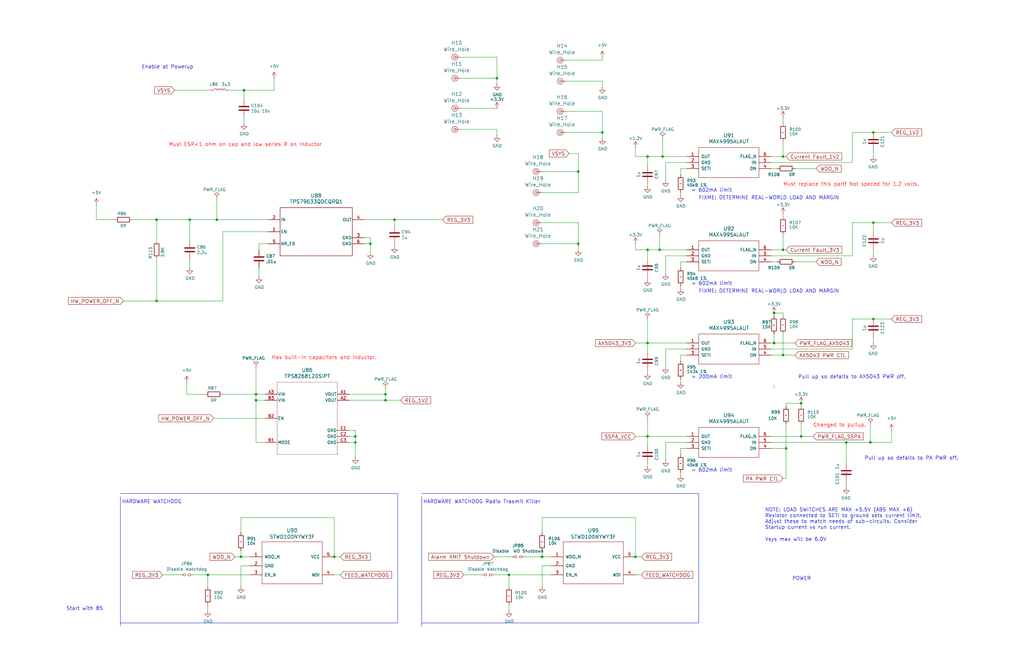
<source format=kicad_sch>
(kicad_sch (version 20250114) (generator "eeschema") (generator_version "9.0")
  (paper "USLedger")
  (title_block (title "Radiation Tolerant PacSat Communication") (date "2023-06-17") (rev "A") (company "AMSAT-NA") (comment 1 "N5BRG"))
  (lib_symbols
    (symbol "Device:C" (pin_numbers (hide yes)) (pin_names (offset 0.254))
      (property "Reference" "C" (at 0.635 2.54 0))
      (property "Value" "C" (at 0.635 -2.54 0))
      (symbol "C_0_1"
        (polyline (pts (xy -2.032 0.762) (xy 2.032 0.762)) (stroke (width 0.508)))
        (polyline (pts (xy -2.032 -0.762) (xy 2.032 -0.762)) (stroke (width 0.508)))
      )
      (symbol "C_1_1"
        (pin passive line (at 0 3.81 270) (length 2.794) (name "~") (number "1"))
        (pin passive line (at 0 -3.81 90) (length 2.794) (name "~") (number "2"))
      )
    )
    (symbol "Device:L" (pin_numbers (hide yes)) (pin_names (offset 1.016) (hide yes))
      (property "Reference" "L" (at -1.27 0 90))
      (property "Value" "L" (at 1.905 0 90))
      (symbol "L_0_1"
        (arc (start 0 2.54) (mid 0.6323 1.905) (end 0 1.27))
        (arc (start 0 1.27) (mid 0.6323 0.635) (end 0 0))
        (arc (start 0 0) (mid 0.6323 -0.635) (end 0 -1.27))
        (arc (start 0 -1.27) (mid 0.6323 -1.905) (end 0 -2.54))
      )
      (symbol "L_1_1"
        (pin passive line (at 0 3.81 270) (length 1.27) (name "1") (number "1"))
        (pin passive line (at 0 -3.81 90) (length 1.27) (name "2") (number "2"))
      )
    )
    (symbol "Device:R" (pin_numbers (hide yes)) (pin_names (offset 0))
      (property "Reference" "R" (at 2.032 0 90))
      (property "Value" "R" (at 0 0 90))
      (symbol "R_0_1"
        (rectangle (start -1.016 -2.54) (end 1.016 2.54) (stroke (width 0.254)))
      )
      (symbol "R_1_1"
        (pin passive line (at 0 3.81 270) (length 1.27) (name "~") (number "1"))
        (pin passive line (at 0 -3.81 90) (length 1.27) (name "~") (number "2"))
      )
    )
    (symbol "PACSAT_DEV_misc:CUBESAT_MOUNT_HOLE_1" (pin_numbers (hide yes)) (pin_names (offset 0) (hide yes))
      (property "Reference" "H104" (at 0.7874 6.0198 0))
      (property "Value" "CUBESAT_MOUNT_HOLE" (at 0.7874 3.3274 0))
      (symbol "CUBESAT_MOUNT_HOLE_1_0_1"
        (circle (center 0 0) (radius 0.5588))
        (circle (center 0 0) (radius 1.27))
      )
      (symbol "CUBESAT_MOUNT_HOLE_1_1_1"
        (pin passive line (at 2.54 0 180) (length 2.54) (name "1") (number "1"))
      )
    )
    (symbol "PACSAT_DEV_misc:Jumper_NO_Small" (pin_numbers (hide yes)) (pin_names (offset 0.762) (hide yes))
      (property "Reference" "JP86" (at 0 4.699 0))
      (property "Value" "Disable Watchdog" (at 0 2.3876 0))
      (symbol "Jumper_NO_Small_0_1"
        (circle (center -1.016 0) (radius 0.508))
        (circle (center 1.016 0) (radius 0.508))
        (pin passive line (at -2.54 0 0) (length 1.016) (name "1") (number "1"))
        (pin passive line (at 2.54 0 180) (length 1.016) (name "2") (number "2"))
      )
    )
    (symbol "PACSAT_DEV_misc:TPS79633QDCQRQ1" (pin_names (offset 0.254))
      (property "Reference" "U" (at 0 2.54 0))
      (property "Value" "TPS79633QDCQRQ1" (at 0 0 0))
      (symbol "TPS79633QDCQRQ1_0_1"
        (polyline (pts (xy -15.24 10.16) (xy -15.24 -10.16)) (stroke (width 0.2032)))
        (polyline (pts (xy -15.24 -10.16) (xy 15.24 -10.16)) (stroke (width 0.2032)))
        (polyline (pts (xy 15.24 10.16) (xy -15.24 10.16)) (stroke (width 0.2032)))
        (polyline (pts (xy 15.24 -10.16) (xy 15.24 10.16)) (stroke (width 0.2032)))
        (pin power_in line (at -20.32 5.08 0) (length 5.08) (name "IN") (number "2"))
        (pin input line (at -20.32 0 0) (length 5.08) (name "EN") (number "1"))
        (pin unspecified line (at -20.32 -5.08 0) (length 5.08) (name "NR_FB") (number "5"))
        (pin power_in line (at 20.32 5.08 180) (length 5.08) (name "OUT") (number "4"))
        (pin power_in line (at 20.32 -2.54 180) (length 5.08) (name "GND") (number "3"))
        (pin power_in line (at 20.32 -5.08 180) (length 5.08) (name "GND") (number "6"))
      )
    )
    (symbol "PACSAT_DEV_misc:TPS8268120SIPT" (pin_names (offset 0.254))
      (property "Reference" "U" (at 0 2.54 0))
      (property "Value" "TPS8268120SIPT" (at 0 0 0))
      (symbol "TPS8268120SIPT_0_1"
        (polyline (pts (xy -12.7 15.24) (xy -12.7 -15.24)) (stroke (width 0.1016)))
        (polyline (pts (xy -12.7 -15.24) (xy 12.7 -15.24)) (stroke (width 0.1016)))
        (polyline (pts (xy 12.7 15.24) (xy -12.7 15.24)) (stroke (width 0.1016)))
        (polyline (pts (xy 12.7 -15.24) (xy 12.7 15.24)) (stroke (width 0.1016)))
        (pin power_in line (at -17.78 10.16 0) (length 5.08) (name "VIN") (number "A3"))
        (pin power_in line (at -17.78 7.62 0) (length 5.08) (name "VIN") (number "B3"))
        (pin input line (at -17.78 0 0) (length 5.08) (name "EN") (number "B2"))
        (pin input line (at -17.78 -10.16 0) (length 5.08) (name "MODE") (number "B1"))
        (pin power_in line (at 17.78 10.16 180) (length 5.08) (name "VOUT") (number "A1"))
        (pin power_in line (at 17.78 7.62 180) (length 5.08) (name "VOUT") (number "A2"))
        (pin power_in line (at 17.78 -5.08 180) (length 5.08) (name "GND") (number "C1"))
        (pin power_in line (at 17.78 -7.62 180) (length 5.08) (name "GND") (number "C2"))
        (pin power_in line (at 17.78 -10.16 180) (length 5.08) (name "GND") (number "C3"))
      )
    )
    (symbol "PACSAT_ICs:MAX4995_1" (pin_names (offset 1.016))
      (property "Reference" "U?" (at -11.43 10.16 0))
      (property "Value" "MAX4495_1" (at -6.35 7.62 0))
      (symbol "MAX4995_1_0_1"
        (rectangle (start -12.7 6.35) (end 12.7 -6.35))
      )
      (symbol "MAX4995_1_1_1"
        (pin power_in line (at -17.78 2.54 0) (length 5.08) (name "OUT") (number "1"))
        (pin power_in line (at -17.78 0 0) (length 5.08) (name "GND") (number "2"))
        (pin passive line (at -17.78 -2.54 0) (length 5.08) (name "SETI") (number "3"))
        (pin open_collector line (at 17.78 2.54 180) (length 5.08) (name "FLAG_N") (number "6"))
        (pin power_in line (at 17.78 0 180) (length 5.08) (name "IN") (number "5"))
        (pin input line (at 17.78 -2.54 180) (length 5.08) (name "ON") (number "4"))
      )
    )
    (symbol "PACSAT_ICs:STWD100NYWY3F" (pin_names (offset 1.016))
      (property "Reference" "U90" (at 0 14.9098 0))
      (property "Value" "STWD100NYWY3F" (at 0 12.2174 0))
      (symbol "STWD100NYWY3F_0_1"
        (rectangle (start -12.7 10.16) (end 12.7 -7.62))
      )
      (symbol "STWD100NYWY3F_1_1"
        (pin open_collector line (at -17.78 3.81 0) (length 5.08) (name "WDO_N") (number "1"))
        (pin power_in line (at -17.78 0 0) (length 5.08) (name "GND") (number "2"))
        (pin input line (at -17.78 -3.81 0) (length 5.08) (name "EN_N") (number "3"))
        (pin power_in line (at 17.78 3.81 180) (length 5.08) (name "VCC") (number "5"))
        (pin input line (at 17.78 -3.81 180) (length 5.08) (name "WDI") (number "4"))
      )
    )
    (symbol "power:+1V2" (power) (pin_numbers (hide yes)) (pin_names (offset 0) (hide yes))
      (property "Value" "+1V2" (at 0 3.556 0))
      (symbol "+1V2_0_1"
        (polyline (pts (xy -0.762 1.27) (xy 0 2.54)))
        (polyline (pts (xy 0 2.54) (xy 0.762 1.27)))
        (polyline (pts (xy 0 0) (xy 0 2.54)))
      )
      (symbol "+1V2_1_1"
        (pin power_in line (at 0 0 90) (length 0) (name "~") (number "1"))
      )
    )
    (symbol "power:+3.3V" (power) (pin_numbers (hide yes)) (pin_names (offset 0) (hide yes))
      (property "Value" "+3.3V" (at 0 3.556 0))
      (symbol "+3.3V_0_1"
        (polyline (pts (xy -0.762 1.27) (xy 0 2.54)))
        (polyline (pts (xy 0 2.54) (xy 0.762 1.27)))
        (polyline (pts (xy 0 0) (xy 0 2.54)))
      )
      (symbol "+3.3V_1_1"
        (pin power_in line (at 0 0 90) (length 0) (name "~") (number "1"))
      )
    )
    (symbol "power:+5V" (power) (pin_numbers (hide yes)) (pin_names (offset 0) (hide yes))
      (property "Value" "+5V" (at 0 3.556 0))
      (symbol "+5V_0_1"
        (polyline (pts (xy -0.762 1.27) (xy 0 2.54)))
        (polyline (pts (xy 0 2.54) (xy 0.762 1.27)))
        (polyline (pts (xy 0 0) (xy 0 2.54)))
      )
      (symbol "+5V_1_1"
        (pin power_in line (at 0 0 90) (length 0) (name "~") (number "1"))
      )
    )
    (symbol "power:GND" (power) (pin_numbers (hide yes)) (pin_names (offset 0) (hide yes))
      (property "Value" "GND" (at 0 -3.81 0))
      (symbol "GND_0_1"
        (polyline (pts (xy 0 0) (xy 0 -1.27) (xy 1.27 -1.27) (xy 0 -2.54) (xy -1.27 -1.27) (xy 0 -1.27)))
      )
      (symbol "GND_1_1"
        (pin power_in line (at 0 0 270) (length 0) (name "~") (number "1"))
      )
    )
    (symbol "power:PWR_FLAG" (power) (pin_numbers (hide yes)) (pin_names (offset 0) (hide yes))
      (property "Value" "PWR_FLAG" (at 0 3.81 0))
      (symbol "PWR_FLAG_0_0"
        (pin power_out line (at 0 0 90) (length 0) (name "~") (number "1"))
      )
      (symbol "PWR_FLAG_0_1"
        (polyline (pts (xy 0 0) (xy 0 1.27) (xy -1.016 1.905) (xy 0 2.54) (xy 1.016 1.905) (xy 0 1.27)))
      )
    )
  )
  (text "Has built-in capacitors and inductor.\n" (at 114.554 151.892 0) (effects (font (size 1.524 1.524)) (justify left bottom)))
  (text "= 200mA limit" (at 291.465 160.02 0) (effects (font (size 1.524 1.524)) (justify left bottom)))
  (text "FIXME: DETERMINE REAL-WORLD LOAD AND MARGIN" (at 294.64 84.455 0) (effects (font (size 1.524 1.524)) (justify left bottom)))
  (text "Must replace this part! Not speced for 1.2 volts." (at 330.2 78.74 0) (effects (font (size 1.524 1.524)) (justify left bottom)))
  (text "Must ESR<1 ohm on cap and low series R on Inductor" (at 71.12 61.976 0) (effects (font (size 1.524 1.524)) (justify left bottom)))
  (text "Start with 85" (at 27.94 257.81 0) (effects (font (size 1.524 1.524)) (justify left bottom)))
  (text "Changed to pullup." (at 342.9 180.34 0) (effects (font (size 1.524 1.524)) (justify left bottom)))
  (text "NOTE: LOAD SWITCHES ARE MAX +5.5V (ABS MAX +6)\nResistor connected to SETI to ground sets current limit.\nAdjust these to match needs of sub-circuits. Consider\nStartup current vs run current.\n" (at 322.58 223.52 0) (effects (font (size 1.524 1.524)) (justify left bottom)))
  (text "HARDWARE WATCHDOG" (at 51.435 212.725 0) (effects (font (size 1.524 1.524)) (justify left bottom)))
  (text "FIXME: DETERMINE REAL-WORLD LOAD AND MARGIN" (at 294.64 123.825 0) (effects (font (size 1.524 1.524)) (justify left bottom)))
  (text "Vsys max will be 6.0V" (at 322.58 228.6 0) (effects (font (size 1.524 1.524)) (justify left bottom)))
  (text "HARDWARE WATCHDOG Radio Trasmit Killer" (at 178.435 212.725 0) (effects (font (size 1.524 1.524)) (justify left bottom)))
  (text "= 602mA limit" (at 291.465 120.65 0) (effects (font (size 1.524 1.524)) (justify left bottom)))
  (text "Pull up so defalts to AX5043 PWR off." (at 336.55 160.02 0) (effects (font (size 1.524 1.524)) (justify left bottom)))
  (text "Enable at Powerup" (at 59.69 29.21 0) (effects (font (size 1.524 1.524)) (justify left bottom)))
  (text "Pull up so defalts to PA PWR off." (at 364.49 194.31 0) (effects (font (size 1.524 1.524)) (justify left bottom)))
  (text "= 602mA limit" (at 291.465 81.28 0) (effects (font (size 1.524 1.524)) (justify left bottom)))
  (text "POWER" (at 334.01 245.11 0) (effects (font (size 1.524 1.524)) (justify left bottom)))
  (text "= 602mA limit" (at 291.465 199.39 0) (effects (font (size 1.524 1.524)) (justify left bottom)))
  (junction (at 166.37 92.71))
  (junction (at 149.86 184.15))
  (junction (at 228.6 234.95))
  (junction (at 101.6 234.95))
  (junction (at 140.97 234.95))
  (junction (at 326.39 144.78))
  (junction (at 254 55.88))
  (junction (at 279.4 66.04))
  (junction (at 278.13 105.41))
  (junction (at 66.04 127))
  (junction (at 267.97 234.95))
  (junction (at 102.87 38.1))
  (junction (at 273.05 184.15))
  (junction (at 368.3 134.62))
  (junction (at 243.84 72.39))
  (junction (at 337.82 170.18))
  (junction (at 330.2 105.41))
  (junction (at 214.63 242.57))
  (junction (at 162.56 168.91))
  (junction (at 330.2 149.86))
  (junction (at 337.82 184.15))
  (junction (at 356.87 186.69))
  (junction (at 162.56 166.37))
  (junction (at 330.2 66.04))
  (junction (at 87.63 242.57))
  (junction (at 156.21 102.87))
  (junction (at 80.01 92.71))
  (junction (at 368.3 55.88))
  (junction (at 107.95 166.37))
  (junction (at 149.86 186.69))
  (junction (at 91.44 92.71))
  (junction (at 243.84 102.87))
  (junction (at 273.05 105.41))
  (junction (at 209.55 33.02))
  (junction (at 66.04 92.71))
  (junction (at 107.95 168.91))
  (junction (at 273.05 66.04))
  (junction (at 331.47 189.23))
  (junction (at 367.03 186.69))
  (junction (at 368.3 93.98))
  (junction (at 273.05 144.78))
  (junction (at 326.39 132.08))
  (wire (pts (xy 287.02 81.28) (xy 287.02 82.55)))
  (wire (pts (xy 273.05 176.53) (xy 273.05 184.15)))
  (wire (pts (xy 220.98 234.95) (xy 228.6 234.95)))
  (wire (pts (xy 375.92 186.69) (xy 375.92 181.61)))
  (wire (pts (xy 194.31 54.61) (xy 209.55 54.61)))
  (wire (pts (xy 330.2 66.04) (xy 331.47 66.04)))
  (wire (pts (xy 273.05 156.21) (xy 273.05 157.48)))
  (wire (pts (xy 243.84 64.77) (xy 240.03 64.77)))
  (polyline (pts (xy 50.8 208.28) (xy 167.64 208.28)))
  (wire (pts (xy 156.21 100.33) (xy 153.67 100.33)))
  (wire (pts (xy 359.41 107.95) (xy 359.41 93.98)))
  (wire (pts (xy 359.41 68.58) (xy 359.41 55.88)))
  (wire (pts (xy 66.04 109.22) (xy 66.04 127)))
  (polyline (pts (xy 167.64 262.89) (xy 50.8 262.89)))
  (wire (pts (xy 359.41 134.62) (xy 359.41 147.32)))
  (wire (pts (xy 330.2 133.35) (xy 330.2 132.08)))
  (wire (pts (xy 273.05 184.15) (xy 289.56 184.15)))
  (wire (pts (xy 330.2 49.53) (xy 330.2 52.07)))
  (wire (pts (xy 368.3 93.98) (xy 375.92 93.98)))
  (polyline (pts (xy 294.64 262.89) (xy 177.8 262.89)))
  (wire (pts (xy 330.2 201.93) (xy 331.47 201.93)))
  (wire (pts (xy 228.6 234.95) (xy 232.41 234.95)))
  (wire (pts (xy 337.82 170.18) (xy 337.82 171.45)))
  (wire (pts (xy 287.02 152.4) (xy 287.02 149.86)))
  (wire (pts (xy 81.28 242.57) (xy 87.63 242.57)))
  (wire (pts (xy 102.87 49.53) (xy 102.87 52.07)))
  (wire (pts (xy 331.47 179.07) (xy 331.47 189.23)))
  (wire (pts (xy 99.06 234.95) (xy 101.6 234.95)))
  (wire (pts (xy 156.21 102.87) (xy 156.21 100.33)))
  (wire (pts (xy 279.4 66.04) (xy 289.56 66.04)))
  (wire (pts (xy 105.41 238.76) (xy 101.6 238.76)))
  (wire (pts (xy 335.28 71.12) (xy 344.17 71.12)))
  (wire (pts (xy 101.6 234.95) (xy 105.41 234.95)))
  (wire (pts (xy 209.55 54.61) (xy 209.55 57.15)))
  (wire (pts (xy 368.3 66.04) (xy 368.3 63.5)))
  (wire (pts (xy 140.97 234.95) (xy 143.51 234.95)))
  (wire (pts (xy 368.3 105.41) (xy 368.3 107.95)))
  (wire (pts (xy 273.05 109.22) (xy 273.05 105.41)))
  (wire (pts (xy 254 46.99) (xy 254 55.88)))
  (wire (pts (xy 356.87 186.69) (xy 367.03 186.69)))
  (wire (pts (xy 325.12 66.04) (xy 330.2 66.04)))
  (wire (pts (xy 337.82 184.15) (xy 342.9 184.15)))
  (wire (pts (xy 287.02 191.77) (xy 287.02 189.23)))
  (wire (pts (xy 78.74 166.37) (xy 78.74 161.29)))
  (wire (pts (xy 147.32 166.37) (xy 162.56 166.37)))
  (wire (pts (xy 102.87 41.91) (xy 102.87 38.1)))
  (wire (pts (xy 267.97 62.23) (xy 267.97 66.04)))
  (wire (pts (xy 368.3 55.88) (xy 375.92 55.88)))
  (wire (pts (xy 111.76 168.91) (xy 107.95 168.91)))
  (wire (pts (xy 326.39 144.78) (xy 325.12 144.78)))
  (wire (pts (xy 273.05 148.59) (xy 273.05 144.78)))
  (wire (pts (xy 278.13 105.41) (xy 289.56 105.41)))
  (wire (pts (xy 273.05 134.62) (xy 273.05 144.78)))
  (wire (pts (xy 208.28 242.57) (xy 214.63 242.57)))
  (wire (pts (xy 287.02 199.39) (xy 287.02 200.66)))
  (wire (pts (xy 273.05 69.85) (xy 273.05 66.04)))
  (wire (pts (xy 331.47 170.18) (xy 331.47 171.45)))
  (wire (pts (xy 243.84 102.87) (xy 243.84 105.41)))
  (wire (pts (xy 326.39 132.08) (xy 326.39 133.35)))
  (wire (pts (xy 101.6 218.44) (xy 140.97 218.44)))
  (wire (pts (xy 368.3 134.62) (xy 375.92 134.62)))
  (polyline (pts (xy 177.8 208.28) (xy 294.64 208.28)))
  (wire (pts (xy 330.2 66.04) (xy 330.2 59.69)))
  (wire (pts (xy 325.12 184.15) (xy 337.82 184.15)))
  (wire (pts (xy 273.05 195.58) (xy 273.05 196.85)))
  (wire (pts (xy 93.98 97.79) (xy 113.03 97.79)))
  (wire (pts (xy 356.87 195.58) (xy 356.87 186.69)))
  (wire (pts (xy 66.04 92.71) (xy 66.04 101.6)))
  (wire (pts (xy 273.05 144.78) (xy 289.56 144.78)))
  (wire (pts (xy 78.74 166.37) (xy 86.36 166.37)))
  (wire (pts (xy 80.01 92.71) (xy 80.01 101.6)))
  (wire (pts (xy 287.02 160.02) (xy 287.02 161.29)))
  (wire (pts (xy 153.67 102.87) (xy 156.21 102.87)))
  (wire (pts (xy 149.86 186.69) (xy 149.86 193.04)))
  (wire (pts (xy 287.02 73.66) (xy 287.02 71.12)))
  (wire (pts (xy 166.37 95.25) (xy 166.37 92.71)))
  (wire (pts (xy 162.56 163.83) (xy 162.56 166.37)))
  (wire (pts (xy 102.87 38.1) (xy 115.57 38.1)))
  (wire (pts (xy 76.2 242.57) (xy 68.58 242.57)))
  (wire (pts (xy 162.56 168.91) (xy 162.56 166.37)))
  (wire (pts (xy 326.39 162.56) (xy 326.39 163.83)))
  (wire (pts (xy 87.63 255.27) (xy 87.63 257.81)))
  (wire (pts (xy 267.97 66.04) (xy 273.05 66.04)))
  (wire (pts (xy 209.55 24.13) (xy 209.55 33.02)))
  (wire (pts (xy 267.97 218.44) (xy 267.97 234.95)))
  (wire (pts (xy 287.02 110.49) (xy 289.56 110.49)))
  (wire (pts (xy 368.3 144.78) (xy 368.3 142.24)))
  (wire (pts (xy 330.2 105.41) (xy 331.47 105.41)))
  (wire (pts (xy 149.86 181.61) (xy 147.32 181.61)))
  (wire (pts (xy 289.56 68.58) (xy 280.67 68.58)))
  (wire (pts (xy 273.05 105.41) (xy 278.13 105.41)))
  (wire (pts (xy 149.86 181.61) (xy 149.86 184.15)))
  (wire (pts (xy 93.98 127) (xy 93.98 97.79)))
  (wire (pts (xy 267.97 184.15) (xy 273.05 184.15)))
  (wire (pts (xy 238.76 55.88) (xy 254 55.88)))
  (wire (pts (xy 228.6 238.76) (xy 228.6 247.65)))
  (wire (pts (xy 80.01 109.22) (xy 80.01 113.03)))
  (wire (pts (xy 93.98 166.37) (xy 107.95 166.37)))
  (wire (pts (xy 287.02 71.12) (xy 289.56 71.12)))
  (wire (pts (xy 209.55 33.02) (xy 209.55 35.56)))
  (wire (pts (xy 40.64 92.71) (xy 40.64 86.36)))
  (wire (pts (xy 359.41 93.98) (xy 368.3 93.98)))
  (wire (pts (xy 254 34.29) (xy 254 36.83)))
  (wire (pts (xy 107.95 168.91) (xy 107.95 166.37)))
  (wire (pts (xy 368.3 93.98) (xy 368.3 97.79)))
  (wire (pts (xy 238.76 25.4) (xy 254 25.4)))
  (wire (pts (xy 287.02 120.65) (xy 287.02 121.92)))
  (wire (pts (xy 273.05 66.04) (xy 279.4 66.04)))
  (wire (pts (xy 228.6 224.79) (xy 228.6 218.44)))
  (wire (pts (xy 367.03 186.69) (xy 375.92 186.69)))
  (wire (pts (xy 254 55.88) (xy 254 58.42)))
  (wire (pts (xy 287.02 189.23) (xy 289.56 189.23)))
  (wire (pts (xy 330.2 105.41) (xy 330.2 99.06)))
  (wire (pts (xy 243.84 72.39) (xy 243.84 81.28)))
  (wire (pts (xy 267.97 234.95) (xy 270.51 234.95)))
  (polyline (pts (xy 50.8 264.16) (xy 50.8 209.55)))
  (wire (pts (xy 243.84 93.98) (xy 243.84 102.87)))
  (wire (pts (xy 149.86 184.15) (xy 149.86 186.69)))
  (wire (pts (xy 228.6 93.98) (xy 243.84 93.98)))
  (wire (pts (xy 359.41 147.32) (xy 325.12 147.32)))
  (wire (pts (xy 87.63 242.57) (xy 87.63 247.65)))
  (wire (pts (xy 273.05 187.96) (xy 273.05 184.15)))
  (wire (pts (xy 166.37 102.87) (xy 166.37 104.14)))
  (wire (pts (xy 214.63 255.27) (xy 214.63 257.81)))
  (wire (pts (xy 107.95 186.69) (xy 107.95 168.91)))
  (wire (pts (xy 96.52 38.1) (xy 102.87 38.1)))
  (wire (pts (xy 80.01 92.71) (xy 91.44 92.71)))
  (wire (pts (xy 228.6 102.87) (xy 243.84 102.87)))
  (wire (pts (xy 140.97 242.57) (xy 143.51 242.57)))
  (wire (pts (xy 40.64 92.71) (xy 48.26 92.71)))
  (wire (pts (xy 194.31 45.72) (xy 209.55 45.72)))
  (wire (pts (xy 238.76 46.99) (xy 254 46.99)))
  (wire (pts (xy 91.44 92.71) (xy 113.03 92.71)))
  (wire (pts (xy 325.12 71.12) (xy 327.66 71.12)))
  (wire (pts (xy 335.28 110.49) (xy 344.17 110.49)))
  (wire (pts (xy 267.97 144.78) (xy 273.05 144.78)))
  (wire (pts (xy 147.32 168.91) (xy 162.56 168.91)))
  (wire (pts (xy 267.97 105.41) (xy 273.05 105.41)))
  (wire (pts (xy 367.03 179.07) (xy 367.03 186.69)))
  (wire (pts (xy 109.22 105.41) (xy 109.22 102.87)))
  (wire (pts (xy 107.95 154.94) (xy 107.95 166.37)))
  (wire (pts (xy 214.63 242.57) (xy 232.41 242.57)))
  (wire (pts (xy 66.04 92.71) (xy 80.01 92.71)))
  (wire (pts (xy 109.22 102.87) (xy 113.03 102.87)))
  (wire (pts (xy 325.12 105.41) (xy 330.2 105.41)))
  (wire (pts (xy 273.05 77.47) (xy 273.05 78.74)))
  (wire (pts (xy 330.2 90.17) (xy 330.2 91.44)))
  (wire (pts (xy 280.67 147.32) (xy 280.67 154.94)))
  (wire (pts (xy 331.47 189.23) (xy 331.47 201.93)))
  (wire (pts (xy 289.56 107.95) (xy 280.67 107.95)))
  (wire (pts (xy 267.97 102.87) (xy 267.97 105.41)))
  (wire (pts (xy 330.2 132.08) (xy 326.39 132.08)))
  (wire (pts (xy 228.6 81.28) (xy 243.84 81.28)))
  (wire (pts (xy 335.28 149.86) (xy 330.2 149.86)))
  (wire (pts (xy 359.41 134.62) (xy 368.3 134.62)))
  (wire (pts (xy 325.12 110.49) (xy 327.66 110.49)))
  (polyline (pts (xy 167.64 208.28) (xy 167.64 262.89)))
  (wire (pts (xy 254 24.13) (xy 254 25.4)))
  (wire (pts (xy 289.56 186.69) (xy 280.67 186.69)))
  (wire (pts (xy 273.05 116.84) (xy 273.05 118.11)))
  (wire (pts (xy 287.02 149.86) (xy 289.56 149.86)))
  (wire (pts (xy 232.41 238.76) (xy 228.6 238.76)))
  (wire (pts (xy 52.07 127) (xy 66.04 127)))
  (wire (pts (xy 147.32 186.69) (xy 149.86 186.69)))
  (wire (pts (xy 101.6 232.41) (xy 101.6 234.95)))
  (wire (pts (xy 326.39 140.97) (xy 326.39 144.78)))
  (wire (pts (xy 87.63 242.57) (xy 105.41 242.57)))
  (wire (pts (xy 194.31 24.13) (xy 209.55 24.13)))
  (wire (pts (xy 337.82 170.18) (xy 331.47 170.18)))
  (polyline (pts (xy 177.8 264.16) (xy 177.8 209.55)))
  (wire (pts (xy 325.12 186.69) (xy 356.87 186.69)))
  (wire (pts (xy 359.41 55.88) (xy 368.3 55.88)))
  (wire (pts (xy 289.56 147.32) (xy 280.67 147.32)))
  (wire (pts (xy 243.84 64.77) (xy 243.84 72.39)))
  (wire (pts (xy 101.6 224.79) (xy 101.6 218.44)))
  (wire (pts (xy 214.63 242.57) (xy 214.63 247.65)))
  (wire (pts (xy 356.87 205.74) (xy 356.87 203.2)))
  (wire (pts (xy 325.12 107.95) (xy 359.41 107.95)))
  (wire (pts (xy 111.76 186.69) (xy 107.95 186.69)))
  (wire (pts (xy 115.57 33.02) (xy 115.57 38.1)))
  (wire (pts (xy 267.97 242.57) (xy 270.51 242.57)))
  (wire (pts (xy 66.04 127) (xy 93.98 127)))
  (wire (pts (xy 109.22 113.03) (xy 109.22 116.84)))
  (wire (pts (xy 162.56 168.91) (xy 168.91 168.91)))
  (wire (pts (xy 156.21 106.68) (xy 156.21 102.87)))
  (wire (pts (xy 335.28 144.78) (xy 326.39 144.78)))
  (wire (pts (xy 287.02 113.03) (xy 287.02 110.49)))
  (wire (pts (xy 325.12 189.23) (xy 331.47 189.23)))
  (wire (pts (xy 337.82 179.07) (xy 337.82 184.15)))
  (wire (pts (xy 228.6 218.44) (xy 267.97 218.44)))
  (wire (pts (xy 330.2 140.97) (xy 330.2 149.86)))
  (wire (pts (xy 325.12 149.86) (xy 330.2 149.86)))
  (wire (pts (xy 278.13 99.06) (xy 278.13 105.41)))
  (wire (pts (xy 280.67 186.69) (xy 280.67 194.31)))
  (wire (pts (xy 280.67 68.58) (xy 280.67 76.2)))
  (wire (pts (xy 228.6 232.41) (xy 228.6 234.95)))
  (wire (pts (xy 147.32 184.15) (xy 149.86 184.15)))
  (wire (pts (xy 55.88 92.71) (xy 66.04 92.71)))
  (wire (pts (xy 91.44 83.82) (xy 91.44 92.71)))
  (wire (pts (xy 101.6 238.76) (xy 101.6 247.65)))
  (wire (pts (xy 279.4 58.42) (xy 279.4 66.04)))
  (wire (pts (xy 325.12 68.58) (xy 359.41 68.58)))
  (wire (pts (xy 73.66 38.1) (xy 88.9 38.1)))
  (wire (pts (xy 228.6 72.39) (xy 243.84 72.39)))
  (wire (pts (xy 194.31 33.02) (xy 209.55 33.02)))
  (wire (pts (xy 107.95 166.37) (xy 111.76 166.37)))
  (wire (pts (xy 208.28 234.95) (xy 215.9 234.95)))
  (wire (pts (xy 166.37 92.71) (xy 186.69 92.71)))
  (polyline (pts (xy 294.64 208.28) (xy 294.64 262.89)))
  (wire (pts (xy 140.97 218.44) (xy 140.97 234.95)))
  (wire (pts (xy 153.67 92.71) (xy 166.37 92.71)))
  (wire (pts (xy 90.17 176.53) (xy 111.76 176.53)))
  (wire (pts (xy 280.67 107.95) (xy 280.67 115.57)))
  (wire (pts (xy 238.76 34.29) (xy 254 34.29)))
  (wire (pts (xy 203.2 242.57) (xy 195.58 242.57)))
  (global_label "HW_POWER_OFF_N" (shape input) (at 90.17 176.53 180) (effects (font (size 1.524 1.524))) (property "Intersheetrefs" "${INTERSHEET_REFS}" (effects (hide yes))))
  (global_label "HW_POWER_OFF_N" (shape input) (at 52.07 127 180) (effects (font (size 1.524 1.524))) (property "Intersheetrefs" "${INTERSHEET_REFS}" (effects (hide yes))))
  (global_label "PWR_FLAG_AX5043" (shape input) (at 335.28 144.78 0) (effects (font (size 1.524 1.524))) (property "Intersheetrefs" "${INTERSHEET_REFS}" (effects (hide yes))))
  (global_label "WDO_N" (shape input) (at 344.17 110.49 0) (effects (font (size 1.524 1.524))) (property "Intersheetrefs" "${INTERSHEET_REFS}" (effects (hide yes))))
  (global_label "WDO_N" (shape input) (at 99.06 234.95 180) (effects (font (size 1.524 1.524))) (property "Intersheetrefs" "${INTERSHEET_REFS}" (effects (hide yes))))
  (global_label "REG_3V3" (shape input) (at 270.51 234.95 0) (effects (font (size 1.524 1.524))) (property "Intersheetrefs" "${INTERSHEET_REFS}" (effects (hide yes))))
  (global_label "REG_3V3" (shape input) (at 68.58 242.57 180) (effects (font (size 1.524 1.524))) (property "Intersheetrefs" "${INTERSHEET_REFS}" (effects (hide yes))))
  (global_label "REG_3V3" (shape input) (at 186.69 92.71 0) (effects (font (size 1.524 1.524))) (property "Intersheetrefs" "${INTERSHEET_REFS}" (effects (hide yes))))
  (global_label "WDO_N" (shape input) (at 344.17 71.12 0) (effects (font (size 1.524 1.524))) (property "Intersheetrefs" "${INTERSHEET_REFS}" (effects (hide yes))))
  (global_label "REG_1V2" (shape input) (at 168.91 168.91 0) (effects (font (size 1.524 1.524))) (property "Intersheetrefs" "${INTERSHEET_REFS}" (effects (hide yes))))
  (global_label "Current Fault_1V2" (shape input) (at 331.47 66.04 0) (effects (font (size 1.524 1.524))) (property "Intersheetrefs" "${INTERSHEET_REFS}" (effects (hide yes))))
  (global_label "SSPA_VCC" (shape input) (at 267.97 184.15 180) (effects (font (size 1.524 1.524))) (property "Intersheetrefs" "${INTERSHEET_REFS}" (effects (hide yes))))
  (global_label "FEED_WATCHDOG" (shape input) (at 270.51 242.57 0) (effects (font (size 1.524 1.524))) (property "Intersheetrefs" "${INTERSHEET_REFS}" (effects (hide yes))))
  (global_label "REG_3V3" (shape input) (at 143.51 234.95 0) (effects (font (size 1.524 1.524))) (property "Intersheetrefs" "${INTERSHEET_REFS}" (effects (hide yes))))
  (global_label "PWR_FLAG_SSPA" (shape input) (at 342.9 184.15 0) (effects (font (size 1.524 1.524))) (property "Intersheetrefs" "${INTERSHEET_REFS}" (effects (hide yes))))
  (global_label "AX5043_3V3" (shape input) (at 267.97 144.78 180) (effects (font (size 1.524 1.524))) (property "Intersheetrefs" "${INTERSHEET_REFS}" (effects (hide yes))))
  (global_label "AX5043 PWR CTL" (shape input) (at 335.28 149.86 0) (effects (font (size 1.524 1.524))) (property "Intersheetrefs" "${INTERSHEET_REFS}" (effects (hide yes))))
  (global_label "VSYS" (shape input) (at 73.66 38.1 180) (effects (font (size 1.524 1.524))) (property "Intersheetrefs" "${INTERSHEET_REFS}" (effects (hide yes))))
  (global_label "Current Fault_3V3" (shape input) (at 331.47 105.41 0) (effects (font (size 1.524 1.524))) (property "Intersheetrefs" "${INTERSHEET_REFS}" (effects (hide yes))))
  (global_label "REG_1V2" (shape input) (at 375.92 55.88 0) (effects (font (size 1.524 1.524))) (property "Intersheetrefs" "${INTERSHEET_REFS}" (effects (hide yes))))
  (global_label "REG_3V3" (shape input) (at 375.92 134.62 0) (effects (font (size 1.524 1.524))) (property "Intersheetrefs" "${INTERSHEET_REFS}" (effects (hide yes))))
  (global_label "REG_3V3" (shape input) (at 195.58 242.57 180) (effects (font (size 1.524 1.524))) (property "Intersheetrefs" "${INTERSHEET_REFS}" (effects (hide yes))))
  (global_label "FEED_WATCHDOG" (shape input) (at 143.51 242.57 0) (effects (font (size 1.524 1.524))) (property "Intersheetrefs" "${INTERSHEET_REFS}" (effects (hide yes))))
  (global_label "REG_3V3" (shape input) (at 375.92 93.98 0) (effects (font (size 1.524 1.524))) (property "Intersheetrefs" "${INTERSHEET_REFS}" (effects (hide yes))))
  (global_label "VSYS" (shape input) (at 240.03 64.77 180) (effects (font (size 1.524 1.524))) (property "Intersheetrefs" "${INTERSHEET_REFS}" (effects (hide yes))))
  (global_label "PA PWR CTL" (shape input) (at 330.2 201.93 180) (effects (font (size 1.524 1.524))) (property "Intersheetrefs" "${INTERSHEET_REFS}" (effects (hide yes))))
  (global_label "Alarm XMIT Shutdown" (shape input) (at 208.28 234.95 180) (effects (font (size 1.524 1.524))) (property "Intersheetrefs" "${INTERSHEET_REFS}" (effects (hide yes))))
  (symbol (lib_id "Device:C") (at 166.37 99.06 0) (unit 1)
    (property "Reference" "C94" (at 169.291 97.8916 0) (effects (justify left)))
    (property "Value" "1u" (at 169.291 100.203 0) (effects (justify left)))
    (property "Footprint" "Capacitor_SMD:C_0805_2012Metric_Pad1.18x1.45mm_HandSolder" (effects (hide yes)))
  )
  (symbol (lib_id "Device:C") (at 80.01 105.41 0) (unit 1)
    (property "Reference" "C86" (at 82.931 104.2416 0) (effects (justify left)))
    (property "Value" "2.2u" (at 82.931 106.553 0) (effects (justify left)))
    (property "Footprint" "Capacitor_SMD:C_0805_2012Metric_Pad1.18x1.45mm_HandSolder" (effects (hide yes)))
  )
  (symbol (lib_id "power:GND") (at 80.01 113.03 0) (unit 1)
    (property "Reference" "#PWR088" (effects (hide yes)))
    (property "Value" "GND" (at 80.137 117.4242 0))
  )
  (symbol (lib_id "power:GND") (at 166.37 104.14 0) (unit 1)
    (property "Reference" "#PWR0115" (effects (hide yes)))
    (property "Value" "GND" (at 166.497 108.5342 0))
  )
  (symbol (lib_id "power:GND") (at 280.67 154.94 0) (unit 1)
    (property "Reference" "#PWR0135" (effects (hide yes)))
    (property "Value" "GND" (at 280.797 159.3342 0))
  )
  (symbol (lib_id "Device:C") (at 368.3 138.43 0) (mirror y) (unit 1)
    (property "Reference" "C123" (at 372.11 138.43 90))
    (property "Value" "1u" (at 364.49 138.43 90))
    (property "Footprint" "Capacitor_SMD:C_0805_2012Metric_Pad1.18x1.45mm_HandSolder" (effects (hide yes)))
    (property "Datasheet" "~" (at 368.3 138.43 0))
  )
  (symbol (lib_id "power:GND") (at 368.3 144.78 0) (mirror y) (unit 1)
    (property "Reference" "#PWR0190" (effects (hide yes)))
    (property "Value" "GND" (at 368.173 149.1742 0))
  )
  (symbol (lib_id "power:GND") (at 356.87 205.74 0) (mirror y) (unit 1)
    (property "Reference" "#PWR0187" (effects (hide yes)))
    (property "Value" "GND" (at 356.743 210.1342 0))
  )
  (symbol (lib_id "Device:C") (at 356.87 199.39 0) (mirror y) (unit 1)
    (property "Reference" "C101" (at 353.06 201.93 90))
    (property "Value" "1u" (at 353.06 196.85 90))
    (property "Footprint" "Capacitor_SMD:C_0805_2012Metric_Pad1.18x1.45mm_HandSolder" (effects (hide yes)))
    (property "Datasheet" "~" (at 356.87 199.39 0))
  )
  (symbol (lib_id "Device:R") (at 52.07 92.71 90) (unit 1)
    (property "Reference" "R86" (at 53.34 90.17 90) (effects (justify left)))
    (property "Value" "0R" (at 53.34 95.25 90) (effects (justify left)))
    (property "Footprint" "Resistor_SMD:R_0603_1608Metric_Pad0.98x0.95mm_HandSolder" (effects (hide yes)))
  )
  (symbol (lib_id "Device:R") (at 90.17 166.37 90) (unit 1)
    (property "Reference" "R87" (at 91.44 163.83 90) (effects (justify left)))
    (property "Value" "0R" (at 91.44 168.91 90) (effects (justify left)))
    (property "Footprint" "Resistor_SMD:R_0603_1608Metric_Pad0.98x0.95mm_HandSolder" (effects (hide yes)))
  )
  (symbol (lib_id "power:GND") (at 149.86 193.04 0) (unit 1)
    (property "Reference" "#PWR0109" (effects (hide yes)))
    (property "Value" "GND" (at 149.987 197.4342 0))
  )
  (symbol (lib_id "Device:R") (at 287.02 156.21 0) (unit 1)
    (property "Reference" "R95" (at 289.56 154.94 0) (effects (justify left)))
    (property "Value" "143k 1%" (at 289.56 156.845 0) (effects (justify left)))
    (property "Footprint" "Resistor_SMD:R_0603_1608Metric_Pad0.98x0.95mm_HandSolder" (effects (hide yes)))
    (property "Datasheet" "~" (at 287.02 156.21 0))
  )
  (symbol (lib_id "power:GND") (at 287.02 161.29 0) (unit 1)
    (property "Reference" "#PWR0139" (effects (hide yes)))
    (property "Value" "GND" (at 287.147 165.6842 0))
  )
  (symbol (lib_id "power:GND") (at 280.67 194.31 0) (unit 1)
    (property "Reference" "#PWR0136" (effects (hide yes)))
    (property "Value" "GND" (at 280.797 198.7042 0))
  )
  (symbol (lib_id "Device:R") (at 287.02 195.58 0) (unit 1)
    (property "Reference" "R96" (at 289.56 194.31 0) (effects (justify left)))
    (property "Value" "45k8 1%" (at 289.56 196.215 0) (effects (justify left)))
    (property "Footprint" "Resistor_SMD:R_0603_1608Metric_Pad0.98x0.95mm_HandSolder" (effects (hide yes)))
    (property "Datasheet" "~" (at 287.02 195.58 0))
  )
  (symbol (lib_id "power:GND") (at 287.02 200.66 0) (unit 1)
    (property "Reference" "#PWR0162" (effects (hide yes)))
    (property "Value" "GND" (at 287.147 205.0542 0))
  )
  (symbol (lib_id "Device:C") (at 273.05 152.4 0) (mirror y) (unit 1)
    (property "Reference" "C99" (at 276.86 152.4 90))
    (property "Value" "1u" (at 269.24 152.4 90))
    (property "Footprint" "Capacitor_SMD:C_0805_2012Metric_Pad1.18x1.45mm_HandSolder" (effects (hide yes)))
    (property "Datasheet" "~" (at 273.05 152.4 0))
  )
  (symbol (lib_id "power:GND") (at 273.05 157.48 0) (unit 1)
    (property "Reference" "#PWR0131" (effects (hide yes)))
    (property "Value" "GND" (at 273.177 161.8742 0))
  )
  (symbol (lib_id "Device:C") (at 273.05 191.77 0) (mirror y) (unit 1)
    (property "Reference" "C100" (at 276.86 191.77 90))
    (property "Value" "1u" (at 269.24 191.77 90))
    (property "Footprint" "Capacitor_SMD:C_0805_2012Metric_Pad1.18x1.45mm_HandSolder" (effects (hide yes)))
    (property "Datasheet" "~" (at 273.05 191.77 0))
  )
  (symbol (lib_id "power:GND") (at 273.05 196.85 0) (unit 1)
    (property "Reference" "#PWR0132" (effects (hide yes)))
    (property "Value" "GND" (at 273.177 201.2442 0))
  )
  (symbol (lib_id "power:GND") (at 280.67 115.57 0) (unit 1)
    (property "Reference" "#PWR0134" (effects (hide yes)))
    (property "Value" "GND" (at 280.797 119.9642 0))
  )
  (symbol (lib_id "Device:C") (at 368.3 101.6 0) (mirror x) (unit 1)
    (property "Reference" "C122" (at 364.49 101.6 90))
    (property "Value" "1u" (at 372.11 101.6 90))
    (property "Footprint" "Capacitor_SMD:C_0805_2012Metric_Pad1.18x1.45mm_HandSolder" (effects (hide yes)))
    (property "Datasheet" "~" (at 368.3 101.6 0))
  )
  (symbol (lib_id "power:GND") (at 368.3 107.95 0) (mirror y) (unit 1)
    (property "Reference" "#PWR0189" (effects (hide yes)))
    (property "Value" "GND" (at 368.173 112.3442 0))
  )
  (symbol (lib_id "Device:C") (at 273.05 113.03 0) (mirror y) (unit 1)
    (property "Reference" "C98" (at 276.86 113.03 90))
    (property "Value" "1u" (at 269.24 113.03 90))
    (property "Footprint" "Capacitor_SMD:C_0805_2012Metric_Pad1.18x1.45mm_HandSolder" (effects (hide yes)))
    (property "Datasheet" "~" (at 273.05 113.03 0))
  )
  (symbol (lib_id "power:GND") (at 273.05 118.11 0) (unit 1)
    (property "Reference" "#PWR0130" (effects (hide yes)))
    (property "Value" "GND" (at 273.177 122.5042 0))
  )
  (symbol (lib_id "Device:R") (at 287.02 116.84 0) (unit 1)
    (property "Reference" "R94" (at 289.56 115.57 0) (effects (justify left)))
    (property "Value" "45k8 1%" (at 289.56 117.475 0) (effects (justify left)))
    (property "Footprint" "Resistor_SMD:R_0603_1608Metric_Pad0.98x0.95mm_HandSolder" (effects (hide yes)))
    (property "Datasheet" "~" (at 287.02 116.84 0))
  )
  (symbol (lib_id "power:GND") (at 287.02 121.92 0) (unit 1)
    (property "Reference" "#PWR0138" (effects (hide yes)))
    (property "Value" "GND" (at 287.147 126.3142 0))
  )
  (symbol (lib_id "power:GND") (at 280.67 76.2 0) (unit 1)
    (property "Reference" "#PWR0133" (effects (hide yes)))
    (property "Value" "GND" (at 280.797 80.5942 0))
  )
  (symbol (lib_id "Device:C") (at 368.3 59.69 0) (mirror y) (unit 1)
    (property "Reference" "C121" (at 372.11 59.69 90))
    (property "Value" "1u" (at 364.49 59.69 90))
    (property "Footprint" "Capacitor_SMD:C_0805_2012Metric_Pad1.18x1.45mm_HandSolder" (effects (hide yes)))
    (property "Datasheet" "~" (at 368.3 59.69 0))
  )
  (symbol (lib_id "power:GND") (at 368.3 66.04 0) (mirror y) (unit 1)
    (property "Reference" "#PWR0188" (effects (hide yes)))
    (property "Value" "GND" (at 368.173 70.4342 0))
  )
  (symbol (lib_id "Device:C") (at 273.05 73.66 0) (mirror y) (unit 1)
    (property "Reference" "C97" (at 276.86 73.66 90))
    (property "Value" "1u" (at 269.24 73.66 90))
    (property "Footprint" "Capacitor_SMD:C_0805_2012Metric_Pad1.18x1.45mm_HandSolder" (effects (hide yes)))
    (property "Datasheet" "~" (at 273.05 73.66 0))
  )
  (symbol (lib_id "power:GND") (at 273.05 78.74 0) (unit 1)
    (property "Reference" "#PWR0129" (effects (hide yes)))
    (property "Value" "GND" (at 273.177 83.1342 0))
  )
  (symbol (lib_id "Device:R") (at 287.02 77.47 0) (unit 1)
    (property "Reference" "R93" (at 289.56 76.2 0) (effects (justify left)))
    (property "Value" "45k8 1%" (at 289.56 78.105 0) (effects (justify left)))
    (property "Footprint" "Resistor_SMD:R_0603_1608Metric_Pad0.98x0.95mm_HandSolder" (effects (hide yes)))
    (property "Datasheet" "~" (at 287.02 77.47 0))
  )
  (symbol (lib_id "power:GND") (at 287.02 82.55 0) (unit 1)
    (property "Reference" "#PWR0137" (effects (hide yes)))
    (property "Value" "GND" (at 287.147 86.9442 0))
  )
  (symbol (lib_id "PACSAT_ICs:STWD100NYWY3F") (at 123.19 238.76 0) (unit 1)
    (property "Reference" "U90" (at 123.19 223.8502 0) (effects (font (size 1.524 1.524))))
    (property "Value" "STWD100NYWY3F" (at 123.19 226.5426 0) (effects (font (size 1.524 1.524))))
    (property "Footprint" "Package_TO_SOT_SMD:SOT-23-5_HandSoldering" (effects (hide yes)))
  )
  (symbol (lib_id "power:GND") (at 101.6 247.65 0) (unit 1)
    (property "Reference" "#PWR0119" (effects (hide yes)))
    (property "Value" "GND" (at 101.727 252.0442 0))
  )
  (symbol (lib_id "Device:R") (at 101.6 228.6 0) (unit 1)
    (property "Reference" "R91" (at 104.14 227.33 0) (effects (justify left)))
    (property "Value" "10k" (at 104.14 229.235 0) (effects (justify left)))
    (property "Footprint" "Resistor_SMD:R_0603_1608Metric_Pad0.98x0.95mm_HandSolder" (effects (hide yes)))
    (property "Datasheet" "~" (at 101.6 228.6 0))
  )
  (symbol (lib_id "Device:R") (at 87.63 251.46 0) (unit 1)
    (property "Reference" "R90" (at 90.17 250.19 0) (effects (justify left)))
    (property "Value" "10k" (at 90.17 252.095 0) (effects (justify left)))
    (property "Footprint" "Resistor_SMD:R_0603_1608Metric_Pad0.98x0.95mm_HandSolder" (effects (hide yes)))
    (property "Datasheet" "~" (at 87.63 251.46 0))
  )
  (symbol (lib_id "power:GND") (at 87.63 257.81 0) (unit 1)
    (property "Reference" "#PWR0117" (effects (hide yes)))
    (property "Value" "GND" (at 87.757 262.2042 0))
  )
  (symbol (lib_id "PACSAT_DEV_misc:Jumper_NO_Small") (at 78.74 242.57 0) (unit 1)
    (property "Reference" "JP86" (at 78.74 237.871 0))
    (property "Value" "Disable Watchdog" (at 78.74 240.1824 0))
    (property "Footprint" "Jumper:SolderJumper-2_P1.3mm_Open_RoundedPad1.0x1.5mm" (effects (hide yes)))
  )
  (symbol (lib_id "Device:R") (at 331.47 71.12 90) (unit 1)
    (property "Reference" "R108" (at 328.93 73.66 90) (effects (justify left)))
    (property "Value" "0R" (at 335.28 73.66 90) (effects (justify left)))
    (property "Footprint" "Resistor_SMD:R_0603_1608Metric_Pad0.98x0.95mm_HandSolder" (effects (hide yes)))
  )
  (symbol (lib_id "Device:R") (at 331.47 110.49 90) (unit 1)
    (property "Reference" "R109" (at 328.93 113.03 90) (effects (justify left)))
    (property "Value" "0R" (at 335.28 113.03 90) (effects (justify left)))
    (property "Footprint" "Resistor_SMD:R_0603_1608Metric_Pad0.98x0.95mm_HandSolder" (effects (hide yes)))
  )
  (symbol (lib_id "Device:R") (at 330.2 137.16 0) (unit 1)
    (property "Reference" "R98" (at 332.74 135.89 0) (effects (justify left)))
    (property "Value" "10K" (at 332.74 137.795 0) (effects (justify left)))
    (property "Footprint" "Resistor_SMD:R_0603_1608Metric_Pad0.98x0.95mm_HandSolder" (effects (hide yes)))
    (property "Datasheet" "~" (at 330.2 137.16 0))
  )
  (symbol (lib_id "Device:R") (at 331.47 175.26 0) (unit 1)
    (property "Reference" "R99" (at 325.12 173.99 0) (effects (justify left)))
    (property "Value" "10K" (at 323.85 176.53 0) (effects (justify left)))
    (property "Footprint" "Resistor_SMD:R_0603_1608Metric_Pad0.98x0.95mm_HandSolder" (effects (hide yes)))
    (property "Datasheet" "~" (at 331.47 175.26 0))
  )
  (symbol (lib_id "PACSAT_DEV_misc:Jumper_NO_Small") (at 205.74 242.57 0) (unit 1)
    (property "Reference" "JP87" (at 205.74 237.871 0))
    (property "Value" "Disable Watchdog" (at 205.74 240.1824 0))
    (property "Footprint" "Jumper:SolderJumper-2_P1.3mm_Open_RoundedPad1.0x1.5mm" (effects (hide yes)))
  )
  (symbol (lib_id "power:+5V") (at 78.74 161.29 0) (unit 1)
    (property "Reference" "#PWR0147" (effects (hide yes)))
    (property "Value" "+5V" (at 78.74 156.21 0))
  )
  (symbol (lib_id "PACSAT_DEV_misc:TPS79633QDCQRQ1") (at 133.35 97.79 0) (unit 1)
    (property "Reference" "U88" (at 133.35 82.55 0) (effects (font (size 1.524 1.524))))
    (property "Value" "TPS79633QDCQRQ1" (at 133.35 85.09 0) (effects (font (size 1.524 1.524))))
    (property "Footprint" "DCQ0006A_N" (effects (hide yes)))
    (property "Datasheet" "https://www.ti.com/lit/gpn/tps79633-q1" (effects (hide yes)))
  )
  (symbol (lib_id "power:+5V") (at 40.64 86.36 0) (unit 1)
    (property "Reference" "#PWR0102" (effects (hide yes)))
    (property "Value" "+5V" (at 40.64 81.28 0))
  )
  (symbol (lib_id "power:+3.3V") (at 209.55 45.72 0) (unit 1)
    (property "Reference" "#PWR0120" (effects (hide yes)))
    (property "Value" "+3.3V" (at 209.55 41.91 0))
  )
  (symbol (lib_id "Device:C") (at 109.22 109.22 0) (unit 1)
    (property "Reference" "C87" (at 112.141 108.0516 0) (effects (justify left)))
    (property "Value" ".01u" (at 112.141 110.363 0) (effects (justify left)))
    (property "Footprint" "Capacitor_SMD:C_0603_1608Metric_Pad1.08x0.95mm_HandSolder" (effects (hide yes)))
  )
  (symbol (lib_id "power:GND") (at 243.84 105.41 0) (unit 1)
    (property "Reference" "#PWR0148" (effects (hide yes)))
    (property "Value" "GND" (at 243.967 109.8042 0))
  )
  (symbol (lib_id "Device:L") (at 92.71 38.1 90) (unit 1)
    (property "Reference" "L86" (at 90.17 35.56 90))
    (property "Value" "3u3" (at 95.25 35.56 90))
    (property "Footprint" "Inductor_SMD:L_1210_3225Metric_Pad1.42x2.65mm_HandSolder" (effects (hide yes)))
  )
  (symbol (lib_id "power:GND") (at 209.55 35.56 0) (unit 1)
    (property "Reference" "#PWR0103" (effects (hide yes)))
    (property "Value" "GND" (at 209.677 39.9542 0))
  )
  (symbol (lib_id "Device:R") (at 66.04 105.41 180) (unit 1)
    (property "Reference" "R113" (at 63.5 104.14 90) (effects (justify left)))
    (property "Value" "3.8K" (at 68.58 104.14 90) (effects (justify left)))
    (property "Footprint" "Resistor_SMD:R_0603_1608Metric_Pad0.98x0.95mm_HandSolder" (effects (hide yes)))
  )
  (symbol (lib_id "Device:C") (at 102.87 45.72 0) (unit 1)
    (property "Reference" "C104" (at 105.791 44.5516 0) (effects (justify left)))
    (property "Value" "10u 10v" (at 105.791 46.863 0) (effects (justify left)))
    (property "Footprint" "Capacitor_SMD:C_1206_3216Metric" (effects (hide yes)))
  )
  (symbol (lib_id "PACSAT_DEV_misc:CUBESAT_MOUNT_HOLE_1") (at 191.77 33.02 0) (unit 1)
    (property "Reference" "H11" (at 192.5574 27.0002 0) (effects (font (size 1.524 1.524))))
    (property "Value" "Wire_Hole" (at 192.5574 29.6926 0) (effects (font (size 1.524 1.524))))
    (property "Footprint" "PacSatDev_misc:Wire_Hole" (effects (hide yes)))
  )
  (symbol (lib_id "PACSAT_DEV_misc:CUBESAT_MOUNT_HOLE_1") (at 236.22 25.4 0) (unit 1)
    (property "Reference" "H14" (at 237.0074 19.3802 0) (effects (font (size 1.524 1.524))))
    (property "Value" "Wire_Hole" (at 237.0074 22.0726 0) (effects (font (size 1.524 1.524))))
    (property "Footprint" "PacSatDev_misc:Wire_Hole" (effects (hide yes)))
  )
  (symbol (lib_id "PACSAT_ICs:STWD100NYWY3F") (at 250.19 238.76 0) (unit 1)
    (property "Reference" "U95" (at 250.19 223.8502 0) (effects (font (size 1.524 1.524))))
    (property "Value" "STWD100NYWY3F" (at 250.19 226.5426 0) (effects (font (size 1.524 1.524))))
    (property "Footprint" "Package_TO_SOT_SMD:SOT-23-5_HandSoldering" (effects (hide yes)))
  )
  (symbol (lib_id "power:GND") (at 254 36.83 0) (unit 1)
    (property "Reference" "#PWR0105" (effects (hide yes)))
    (property "Value" "GND" (at 254.127 41.2242 0))
  )
  (symbol (lib_id "power:+3.3V") (at 267.97 102.87 0) (unit 1)
    (property "Reference" "#PWR0128" (effects (hide yes)))
    (property "Value" "+3.3V" (at 267.97 99.06 0))
  )
  (symbol (lib_id "power:PWR_FLAG") (at 279.4 58.42 0) (unit 1)
    (property "Reference" "#FLG0602" (effects (hide yes)))
    (property "Value" "PWR_FLAG" (at 279.4 54.61 0))
  )
  (symbol (lib_id "Device:R") (at 228.6 228.6 0) (unit 1)
    (property "Reference" "R106" (at 231.14 227.33 0) (effects (justify left)))
    (property "Value" "10k" (at 231.14 229.235 0) (effects (justify left)))
    (property "Footprint" "Resistor_SMD:R_0603_1608Metric_Pad0.98x0.95mm_HandSolder" (effects (hide yes)))
    (property "Datasheet" "~" (at 228.6 228.6 0))
  )
  (symbol (lib_id "power:GND") (at 109.22 116.84 0) (unit 1)
    (property "Reference" "#PWR092" (effects (hide yes)))
    (property "Value" "GND" (at 109.347 121.2342 0))
  )
  (symbol (lib_id "power:PWR_FLAG") (at 273.05 176.53 0) (unit 1)
    (property "Reference" "#FLG07" (effects (hide yes)))
    (property "Value" "PWR_FLAG" (at 273.05 172.72 0))
  )
  (symbol (lib_id "power:+3.3V") (at 337.82 170.18 0) (unit 1)
    (property "Reference" "#PWR0186" (effects (hide yes)))
    (property "Value" "+3.3V" (at 337.82 166.37 0))
  )
  (symbol (lib_id "Device:R") (at 330.2 95.25 0) (unit 1)
    (property "Reference" "R107" (at 332.74 93.98 0) (effects (justify left)))
    (property "Value" "10K" (at 332.74 95.885 0) (effects (justify left)))
    (property "Footprint" "Resistor_SMD:R_0603_1608Metric_Pad0.98x0.95mm_HandSolder" (effects (hide yes)))
    (property "Datasheet" "~" (at 330.2 95.25 0))
  )
  (symbol (lib_id "PACSAT_DEV_misc:CUBESAT_MOUNT_HOLE_1") (at 191.77 54.61 0) (unit 1)
    (property "Reference" "H13" (at 192.5574 48.5902 0) (effects (font (size 1.524 1.524))))
    (property "Value" "Wire_Hole" (at 192.5574 51.2826 0) (effects (font (size 1.524 1.524))))
    (property "Footprint" "PacSatDev_misc:Wire_Hole" (effects (hide yes)))
  )
  (symbol (lib_id "PACSAT_DEV_misc:CUBESAT_MOUNT_HOLE_1") (at 236.22 55.88 0) (unit 1)
    (property "Reference" "H17" (at 237.0074 49.8602 0) (effects (font (size 1.524 1.524))))
    (property "Value" "Wire_Hole" (at 237.0074 52.5526 0) (effects (font (size 1.524 1.524))))
    (property "Footprint" "PacSatDev_misc:Wire_Hole" (effects (hide yes)))
  )
  (symbol (lib_id "power:PWR_FLAG") (at 107.95 154.94 0) (unit 1)
    (property "Reference" "#FLG086" (effects (hide yes)))
    (property "Value" "PWR_FLAG" (at 111.76 151.13 0) (effects (justify right)))
  )
  (symbol (lib_id "power:+3.3V") (at 330.2 49.53 0) (unit 1)
    (property "Reference" "#PWR0168" (effects (hide yes)))
    (property "Value" "+3.3V" (at 330.2 45.72 0))
  )
  (symbol (lib_id "PACSAT_DEV_misc:CUBESAT_MOUNT_HOLE_1") (at 226.06 72.39 0) (unit 1)
    (property "Reference" "H18" (at 226.8474 66.3702 0) (effects (font (size 1.524 1.524))))
    (property "Value" "Wire_Hole" (at 226.8474 69.0626 0) (effects (font (size 1.524 1.524))))
    (property "Footprint" "PacSatDev_misc:Wire_Hole" (effects (hide yes)))
  )
  (symbol (lib_id "power:+3.3V") (at 330.2 90.17 0) (unit 1)
    (property "Reference" "#PWR0185" (effects (hide yes)))
    (property "Value" "+3.3V" (at 330.2 86.36 0))
  )
  (symbol (lib_id "Device:R") (at 326.39 137.16 0) (unit 1)
    (property "Reference" "R97" (at 321.31 136.017 0) (effects (justify left)))
    (property "Value" "10K" (at 321.31 137.922 0) (effects (justify left)))
    (property "Footprint" "Resistor_SMD:R_0603_1608Metric_Pad0.98x0.95mm_HandSolder" (effects (hide yes)))
    (property "Datasheet" "~" (at 326.39 137.16 0))
  )
  (symbol (lib_id "Device:R") (at 330.2 55.88 0) (unit 1)
    (property "Reference" "R100" (at 332.74 54.61 0) (effects (justify left)))
    (property "Value" "10K" (at 332.74 56.515 0) (effects (justify left)))
    (property "Footprint" "Resistor_SMD:R_0603_1608Metric_Pad0.98x0.95mm_HandSolder" (effects (hide yes)))
    (property "Datasheet" "~" (at 330.2 55.88 0))
  )
  (symbol (lib_id "PACSAT_DEV_misc:CUBESAT_MOUNT_HOLE_1") (at 191.77 24.13 0) (unit 1)
    (property "Reference" "H10" (at 192.5574 18.1102 0) (effects (font (size 1.524 1.524))))
    (property "Value" "Wire_Hole" (at 192.5574 20.8026 0) (effects (font (size 1.524 1.524))))
    (property "Footprint" "PacSatDev_misc:Wire_Hole" (effects (hide yes)))
  )
  (symbol (lib_id "power:+5V") (at 115.57 33.02 0) (unit 1)
    (property "Reference" "#PWR086" (effects (hide yes)))
    (property "Value" "+5V" (at 115.57 27.94 0))
  )
  (symbol (lib_id "PACSAT_ICs:MAX4995_1") (at 307.34 68.58 0) (unit 1)
    (property "Reference" "U91" (at 307.34 57.15 0) (effects (font (size 1.524 1.524))))
    (property "Value" "MAX4995ALAUT" (at 307.34 59.69 0) (effects (font (size 1.524 1.524))))
    (property "Footprint" "Package_TO_SOT_SMD:SOT-23-6_Handsoldering" (effects (hide yes)))
  )
  (symbol (lib_id "PACSAT_ICs:MAX4995_1") (at 307.34 186.69 0) (unit 1)
    (property "Reference" "U94" (at 307.34 175.26 0) (effects (font (size 1.524 1.524))))
    (property "Value" "MAX4995ALAUT" (at 307.34 177.8 0) (effects (font (size 1.524 1.524))))
    (property "Footprint" "Package_TO_SOT_SMD:SOT-23-6_Handsoldering" (effects (hide yes)))
  )
  (symbol (lib_id "PACSAT_ICs:MAX4995_1") (at 307.34 147.32 0) (unit 1)
    (property "Reference" "U93" (at 307.34 135.89 0) (effects (font (size 1.524 1.524))))
    (property "Value" "MAX4995ALAUT" (at 307.34 138.43 0) (effects (font (size 1.524 1.524))))
    (property "Footprint" "Package_TO_SOT_SMD:SOT-23-6_Handsoldering" (effects (hide yes)))
  )
  (symbol (lib_id "PACSAT_ICs:MAX4995_1") (at 307.34 107.95 0) (unit 1)
    (property "Reference" "U92" (at 307.34 96.52 0) (effects (font (size 1.524 1.524))))
    (property "Value" "MAX4995ALAUT" (at 307.34 99.06 0) (effects (font (size 1.524 1.524))))
    (property "Footprint" "Package_TO_SOT_SMD:SOT-23-6_Handsoldering" (effects (hide yes)))
  )
  (symbol (lib_id "power:GND") (at 102.87 52.07 0) (unit 1)
    (property "Reference" "#PWR094" (effects (hide yes)))
    (property "Value" "GND" (at 102.997 56.4642 0))
  )
  (symbol (lib_id "power:GND") (at 156.21 106.68 0) (unit 1)
    (property "Reference" "#PWR096" (effects (hide yes)))
    (property "Value" "GND" (at 156.337 111.0742 0))
  )
  (symbol (lib_id "PACSAT_DEV_misc:TPS8268120SIPT") (at 129.54 176.53 0) (unit 1)
    (property "Reference" "U86" (at 129.54 156.21 0) (effects (font (size 1.524 1.524))))
    (property "Value" "TPS8268120SIPT" (at 129.54 158.75 0) (effects (font (size 1.524 1.524))))
    (property "Footprint" "SIP0009B" (effects (hide yes)))
    (property "Datasheet" "https://www.ti.com/lit/gpn/tps8268120" (effects (hide yes)))
  )
  (symbol (lib_id "power:GND") (at 209.55 57.15 0) (unit 1)
    (property "Reference" "#PWR0104" (effects (hide yes)))
    (property "Value" "GND" (at 209.677 61.5442 0))
  )
  (symbol (lib_id "PACSAT_DEV_misc:CUBESAT_MOUNT_HOLE_1") (at 226.06 93.98 0) (unit 1)
    (property "Reference" "H20" (at 226.8474 87.9602 0) (effects (font (size 1.524 1.524))))
    (property "Value" "Wire_Hole" (at 226.8474 90.6526 0) (effects (font (size 1.524 1.524))))
    (property "Footprint" "PacSatDev_misc:Wire_Hole" (effects (hide yes)))
  )
  (symbol (lib_id "power:PWR_FLAG") (at 91.44 83.82 0) (unit 1)
    (property "Reference" "#FLG087" (effects (hide yes)))
    (property "Value" "PWR_FLAG" (at 95.25 80.01 0) (effects (justify right)))
  )
  (symbol (lib_id "power:PWR_FLAG") (at 367.03 179.07 0) (unit 1)
    (property "Reference" "#FLG093" (effects (hide yes)))
    (property "Value" "PWR_FLAG" (at 370.84 175.26 0) (effects (justify right)))
  )
  (symbol (lib_id "PACSAT_DEV_misc:CUBESAT_MOUNT_HOLE_1") (at 226.06 102.87 0) (unit 1)
    (property "Reference" "H21" (at 226.8474 96.8502 0) (effects (font (size 1.524 1.524))))
    (property "Value" "Wire_Hole" (at 226.8474 99.5426 0) (effects (font (size 1.524 1.524))))
    (property "Footprint" "PacSatDev_misc:Wire_Hole" (effects (hide yes)))
  )
  (symbol (lib_id "power:PWR_FLAG") (at 273.05 134.62 0) (unit 1)
    (property "Reference" "#FLG08" (effects (hide yes)))
    (property "Value" "PWR_FLAG" (at 273.05 130.81 0))
  )
  (symbol (lib_id "power:GND") (at 254 58.42 0) (unit 1)
    (property "Reference" "#PWR0106" (effects (hide yes)))
    (property "Value" "GND" (at 254.127 62.8142 0))
  )
  (symbol (lib_id "Device:R") (at 214.63 251.46 0) (unit 1)
    (property "Reference" "R105" (at 217.17 250.19 0) (effects (justify left)))
    (property "Value" "10k" (at 217.17 252.095 0) (effects (justify left)))
    (property "Footprint" "Resistor_SMD:R_0603_1608Metric_Pad0.98x0.95mm_HandSolder" (effects (hide yes)))
    (property "Datasheet" "~" (at 214.63 251.46 0))
  )
  (symbol (lib_id "power:GND") (at 214.63 257.81 0) (unit 1)
    (property "Reference" "#PWR0126" (effects (hide yes)))
    (property "Value" "GND" (at 214.757 262.2042 0))
  )
  (symbol (lib_id "power:+5V") (at 375.92 181.61 0) (unit 1)
    (property "Reference" "#PWR0149" (effects (hide yes)))
    (property "Value" "+5V" (at 375.92 176.53 0))
  )
  (symbol (lib_id "power:+3.3V") (at 326.39 132.08 0) (unit 1)
    (property "Reference" "#PWR0163" (effects (hide yes)))
    (property "Value" "+3.3V" (at 326.39 128.27 0))
  )
  (symbol (lib_id "power:+5V") (at 254 24.13 0) (unit 1)
    (property "Reference" "#PWR0107" (effects (hide yes)))
    (property "Value" "+5V" (at 254 19.05 0))
  )
  (symbol (lib_id "PACSAT_DEV_misc:CUBESAT_MOUNT_HOLE_1") (at 236.22 46.99 0) (unit 1)
    (property "Reference" "H16" (at 237.0074 40.9702 0) (effects (font (size 1.524 1.524))))
    (property "Value" "Wire_Hole" (at 237.0074 43.6626 0) (effects (font (size 1.524 1.524))))
    (property "Footprint" "PacSatDev_misc:Wire_Hole" (effects (hide yes)))
  )
  (symbol (lib_id "power:GND") (at 228.6 247.65 0) (unit 1)
    (property "Reference" "#PWR0140" (effects (hide yes)))
    (property "Value" "GND" (at 228.727 252.0442 0))
  )
  (symbol (lib_id "PACSAT_DEV_misc:CUBESAT_MOUNT_HOLE_1") (at 236.22 34.29 0) (unit 1)
    (property "Reference" "H15" (at 237.0074 28.2702 0) (effects (font (size 1.524 1.524))))
    (property "Value" "Wire_Hole" (at 237.0074 30.9626 0) (effects (font (size 1.524 1.524))))
    (property "Footprint" "PacSatDev_misc:Wire_Hole" (effects (hide yes)))
  )
  (symbol (lib_id "Device:R") (at 337.82 175.26 0) (unit 1)
    (property "Reference" "R110" (at 340.36 173.99 0) (effects (justify left)))
    (property "Value" "10K" (at 340.36 175.895 0) (effects (justify left)))
    (property "Footprint" "Resistor_SMD:R_0603_1608Metric_Pad0.98x0.95mm_HandSolder" (effects (hide yes)))
    (property "Datasheet" "~" (at 337.82 175.26 0))
  )
  (symbol (lib_id "power:+1V2") (at 267.97 62.23 0) (unit 1)
    (property "Reference" "#PWR0127" (effects (hide yes)))
    (property "Value" "+1.2V" (at 267.97 58.42 0))
  )
  (symbol (lib_id "power:PWR_FLAG") (at 278.13 99.06 0) (unit 1)
    (property "Reference" "#FLG0604" (effects (hide yes)))
    (property "Value" "PWR_FLAG" (at 278.13 95.25 0))
  )
  (symbol (lib_id "PACSAT_DEV_misc:CUBESAT_MOUNT_HOLE_1") (at 226.06 81.28 0) (unit 1)
    (property "Reference" "H19" (at 226.8474 75.2602 0) (effects (font (size 1.524 1.524))))
    (property "Value" "Wire_Hole" (at 226.8474 77.9526 0) (effects (font (size 1.524 1.524))))
    (property "Footprint" "PacSatDev_misc:Wire_Hole" (effects (hide yes)))
  )
  (symbol (lib_id "PACSAT_DEV_misc:Jumper_NO_Small") (at 218.44 234.95 0) (unit 1)
    (property "Reference" "JP88" (at 218.44 230.251 0))
    (property "Value" "Disable  WD Shutdown" (at 218.44 232.5624 0))
    (property "Footprint" "Jumper:SolderJumper-2_P1.3mm_Open_RoundedPad1.0x1.5mm" (effects (hide yes)))
  )
  (symbol (lib_id "PACSAT_DEV_misc:CUBESAT_MOUNT_HOLE_1") (at 191.77 45.72 0) (unit 1)
    (property "Reference" "H12" (at 192.5574 39.7002 0) (effects (font (size 1.524 1.524))))
    (property "Value" "Wire_Hole" (at 192.5574 42.3926 0) (effects (font (size 1.524 1.524))))
    (property "Footprint" "PacSatDev_misc:Wire_Hole" (effects (hide yes)))
  )
  (symbol (lib_id "power:PWR_FLAG") (at 162.56 163.83 0) (unit 1)
    (property "Reference" "#FLG094" (effects (hide yes)))
    (property "Value" "PWR_FLAG" (at 162.56 160.02 0))
  )
)
</source>
